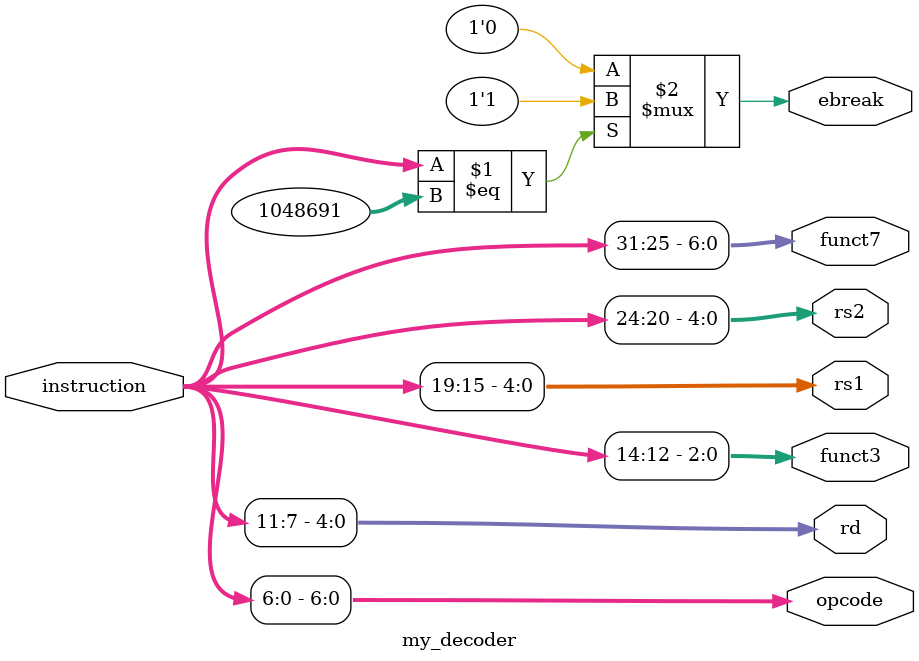
<source format=v>
module my_decoder 
(
    input   wire [31:0] instruction,
    output  wire [6:0]  opcode,
    output  wire [4:0]  rd,
    output  wire [2:0]  funct3,
    output  wire [4:0]  rs1,
    output  wire [4:0]  rs2,
    output  wire [6:0]  funct7,
    output  wire        ebreak
);
    assign opcode   = instruction[6:0];
    assign rd       = instruction[11:7];
    assign funct3   = instruction[14:12];
    assign rs1      = instruction[19:15];
    assign rs2      = instruction[24:20];
    assign funct7   = instruction[31:25];
    assign ebreak   = (instruction == 32'h0010_0073) ? 1'b1 : 1'b0;
endmodule

</source>
